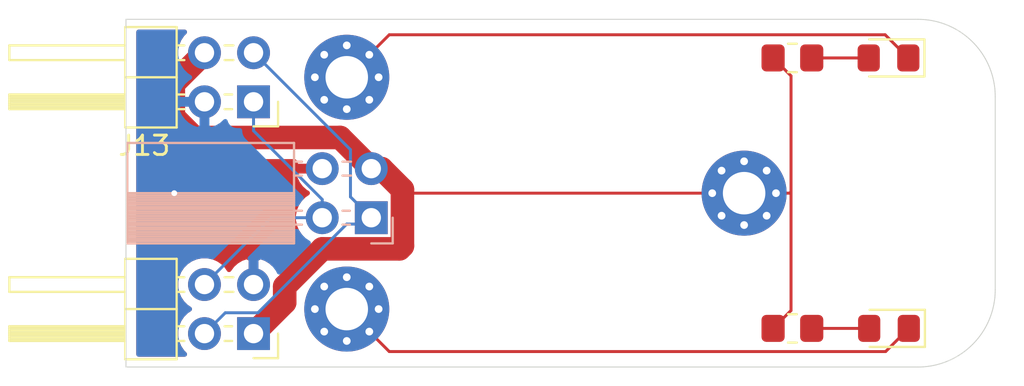
<source format=kicad_pcb>
(kicad_pcb (version 20171130) (host pcbnew "(5.1.8)-1")

  (general
    (thickness 1.6)
    (drawings 108)
    (tracks 44)
    (zones 0)
    (modules 10)
    (nets 9)
  )

  (page A4)
  (title_block
    (title Adapter)
  )

  (layers
    (0 F.Cu signal)
    (31 B.Cu signal)
    (32 B.Adhes user hide)
    (33 F.Adhes user hide)
    (34 B.Paste user hide)
    (35 F.Paste user hide)
    (36 B.SilkS user hide)
    (37 F.SilkS user hide)
    (38 B.Mask user hide)
    (39 F.Mask user hide)
    (40 Dwgs.User user hide)
    (41 Cmts.User user hide)
    (42 Eco1.User user hide)
    (43 Eco2.User user hide)
    (44 Edge.Cuts user)
    (45 Margin user hide)
    (46 B.CrtYd user)
    (47 F.CrtYd user)
    (48 B.Fab user hide)
    (49 F.Fab user hide)
  )

  (setup
    (last_trace_width 0.1524)
    (user_trace_width 0.1524)
    (user_trace_width 0.6096)
    (user_trace_width 1.2192)
    (trace_clearance 0.1524)
    (zone_clearance 0.508)
    (zone_45_only no)
    (trace_min 0.1016)
    (via_size 0.6)
    (via_drill 0.3)
    (via_min_size 0.5)
    (via_min_drill 0.3)
    (user_via 0.5 0.3)
    (uvia_size 0.3)
    (uvia_drill 0.1)
    (uvias_allowed no)
    (uvia_min_size 0.2)
    (uvia_min_drill 0.1)
    (edge_width 0.05)
    (segment_width 0.2)
    (pcb_text_width 0.3)
    (pcb_text_size 1.5 1.5)
    (mod_edge_width 0.12)
    (mod_text_size 1 1)
    (mod_text_width 0.15)
    (pad_size 1.524 1.524)
    (pad_drill 0.762)
    (pad_to_mask_clearance 0)
    (aux_axis_origin 0 0)
    (visible_elements 7FFFFFFF)
    (pcbplotparams
      (layerselection 0x010cc_ffffffff)
      (usegerberextensions true)
      (usegerberattributes false)
      (usegerberadvancedattributes false)
      (creategerberjobfile false)
      (excludeedgelayer true)
      (linewidth 0.100000)
      (plotframeref false)
      (viasonmask false)
      (mode 1)
      (useauxorigin false)
      (hpglpennumber 1)
      (hpglpenspeed 20)
      (hpglpendiameter 15.000000)
      (psnegative false)
      (psa4output false)
      (plotreference true)
      (plotvalue true)
      (plotinvisibletext false)
      (padsonsilk false)
      (subtractmaskfromsilk true)
      (outputformat 1)
      (mirror false)
      (drillshape 0)
      (scaleselection 1)
      (outputdirectory "gerbers/"))
  )

  (net 0 "")
  (net 1 GND)
  (net 2 +5V)
  (net 3 "Net-(D1-Pad2)")
  (net 4 "Net-(D2-Pad2)")
  (net 5 "Net-(J11-Pad4)")
  (net 6 "Net-(J11-Pad2)")
  (net 7 "Net-(D1-Pad1)")
  (net 8 "Net-(D2-Pad1)")

  (net_class Default "This is the default net class."
    (clearance 0.1524)
    (trace_width 0.1524)
    (via_dia 0.6)
    (via_drill 0.3)
    (uvia_dia 0.3)
    (uvia_drill 0.1)
    (add_net +5V)
    (add_net GND)
    (add_net "Net-(D1-Pad1)")
    (add_net "Net-(D1-Pad2)")
    (add_net "Net-(D2-Pad1)")
    (add_net "Net-(D2-Pad2)")
    (add_net "Net-(J11-Pad2)")
    (add_net "Net-(J11-Pad4)")
  )

  (module Connector_PinHeader_2.54mm:PinHeader_2x02_P2.54mm_Horizontal (layer F.Cu) (tedit 59FED5CB) (tstamp 5FB6BCA4)
    (at 158.104 112.27 180)
    (descr "Through hole angled pin header, 2x02, 2.54mm pitch, 6mm pin length, double rows")
    (tags "Through hole angled pin header THT 2x02 2.54mm double row")
    (path /5FA6C6C8/5FB6CCC1)
    (fp_text reference J11 (at 5.655 -2.27 180) (layer F.SilkS) hide
      (effects (font (size 1 1) (thickness 0.15)))
    )
    (fp_text value MALE (at 5.655 4.81 180) (layer F.Fab) hide
      (effects (font (size 1 1) (thickness 0.15)))
    )
    (fp_line (start 4.675 -1.27) (end 6.58 -1.27) (layer F.Fab) (width 0.1))
    (fp_line (start 6.58 -1.27) (end 6.58 3.81) (layer F.Fab) (width 0.1))
    (fp_line (start 6.58 3.81) (end 4.04 3.81) (layer F.Fab) (width 0.1))
    (fp_line (start 4.04 3.81) (end 4.04 -0.635) (layer F.Fab) (width 0.1))
    (fp_line (start 4.04 -0.635) (end 4.675 -1.27) (layer F.Fab) (width 0.1))
    (fp_line (start -0.32 -0.32) (end 4.04 -0.32) (layer F.Fab) (width 0.1))
    (fp_line (start -0.32 -0.32) (end -0.32 0.32) (layer F.Fab) (width 0.1))
    (fp_line (start -0.32 0.32) (end 4.04 0.32) (layer F.Fab) (width 0.1))
    (fp_line (start 6.58 -0.32) (end 12.58 -0.32) (layer F.Fab) (width 0.1))
    (fp_line (start 12.58 -0.32) (end 12.58 0.32) (layer F.Fab) (width 0.1))
    (fp_line (start 6.58 0.32) (end 12.58 0.32) (layer F.Fab) (width 0.1))
    (fp_line (start -0.32 2.22) (end 4.04 2.22) (layer F.Fab) (width 0.1))
    (fp_line (start -0.32 2.22) (end -0.32 2.86) (layer F.Fab) (width 0.1))
    (fp_line (start -0.32 2.86) (end 4.04 2.86) (layer F.Fab) (width 0.1))
    (fp_line (start 6.58 2.22) (end 12.58 2.22) (layer F.Fab) (width 0.1))
    (fp_line (start 12.58 2.22) (end 12.58 2.86) (layer F.Fab) (width 0.1))
    (fp_line (start 6.58 2.86) (end 12.58 2.86) (layer F.Fab) (width 0.1))
    (fp_line (start 3.98 -1.33) (end 3.98 3.87) (layer F.SilkS) (width 0.12))
    (fp_line (start 3.98 3.87) (end 6.64 3.87) (layer F.SilkS) (width 0.12))
    (fp_line (start 6.64 3.87) (end 6.64 -1.33) (layer F.SilkS) (width 0.12))
    (fp_line (start 6.64 -1.33) (end 3.98 -1.33) (layer F.SilkS) (width 0.12))
    (fp_line (start 6.64 -0.38) (end 12.64 -0.38) (layer F.SilkS) (width 0.12))
    (fp_line (start 12.64 -0.38) (end 12.64 0.38) (layer F.SilkS) (width 0.12))
    (fp_line (start 12.64 0.38) (end 6.64 0.38) (layer F.SilkS) (width 0.12))
    (fp_line (start 6.64 -0.32) (end 12.64 -0.32) (layer F.SilkS) (width 0.12))
    (fp_line (start 6.64 -0.2) (end 12.64 -0.2) (layer F.SilkS) (width 0.12))
    (fp_line (start 6.64 -0.08) (end 12.64 -0.08) (layer F.SilkS) (width 0.12))
    (fp_line (start 6.64 0.04) (end 12.64 0.04) (layer F.SilkS) (width 0.12))
    (fp_line (start 6.64 0.16) (end 12.64 0.16) (layer F.SilkS) (width 0.12))
    (fp_line (start 6.64 0.28) (end 12.64 0.28) (layer F.SilkS) (width 0.12))
    (fp_line (start 3.582929 -0.38) (end 3.98 -0.38) (layer F.SilkS) (width 0.12))
    (fp_line (start 3.582929 0.38) (end 3.98 0.38) (layer F.SilkS) (width 0.12))
    (fp_line (start 1.11 -0.38) (end 1.497071 -0.38) (layer F.SilkS) (width 0.12))
    (fp_line (start 1.11 0.38) (end 1.497071 0.38) (layer F.SilkS) (width 0.12))
    (fp_line (start 3.98 1.27) (end 6.64 1.27) (layer F.SilkS) (width 0.12))
    (fp_line (start 6.64 2.16) (end 12.64 2.16) (layer F.SilkS) (width 0.12))
    (fp_line (start 12.64 2.16) (end 12.64 2.92) (layer F.SilkS) (width 0.12))
    (fp_line (start 12.64 2.92) (end 6.64 2.92) (layer F.SilkS) (width 0.12))
    (fp_line (start 3.582929 2.16) (end 3.98 2.16) (layer F.SilkS) (width 0.12))
    (fp_line (start 3.582929 2.92) (end 3.98 2.92) (layer F.SilkS) (width 0.12))
    (fp_line (start 1.042929 2.16) (end 1.497071 2.16) (layer F.SilkS) (width 0.12))
    (fp_line (start 1.042929 2.92) (end 1.497071 2.92) (layer F.SilkS) (width 0.12))
    (fp_line (start -1.27 0) (end -1.27 -1.27) (layer F.SilkS) (width 0.12))
    (fp_line (start -1.27 -1.27) (end 0 -1.27) (layer F.SilkS) (width 0.12))
    (fp_line (start -1.8 -1.8) (end -1.8 4.35) (layer F.CrtYd) (width 0.05))
    (fp_line (start -1.8 4.35) (end 13.1 4.35) (layer F.CrtYd) (width 0.05))
    (fp_line (start 13.1 4.35) (end 13.1 -1.8) (layer F.CrtYd) (width 0.05))
    (fp_line (start 13.1 -1.8) (end -1.8 -1.8) (layer F.CrtYd) (width 0.05))
    (fp_text user %R (at 5.31 1.27 270) (layer F.Fab)
      (effects (font (size 1 1) (thickness 0.15)))
    )
    (pad 4 thru_hole oval (at 2.54 2.54 180) (size 1.7 1.7) (drill 1) (layers *.Cu *.Mask)
      (net 5 "Net-(J11-Pad4)"))
    (pad 3 thru_hole oval (at 0 2.54 180) (size 1.7 1.7) (drill 1) (layers *.Cu *.Mask)
      (net 1 GND))
    (pad 2 thru_hole oval (at 2.54 0 180) (size 1.7 1.7) (drill 1) (layers *.Cu *.Mask)
      (net 6 "Net-(J11-Pad2)"))
    (pad 1 thru_hole rect (at 0 0 180) (size 1.7 1.7) (drill 1) (layers *.Cu *.Mask)
      (net 2 +5V))
    (model ${KISYS3DMOD}/Connector_PinHeader_2.54mm.3dshapes/PinHeader_2x02_P2.54mm_Horizontal.wrl
      (at (xyz 0 0 0))
      (scale (xyz 1 1 1))
      (rotate (xyz 0 0 0))
    )
  )

  (module Connector_PinSocket_2.54mm:PinSocket_2x02_P2.54mm_Horizontal (layer B.Cu) (tedit 5A19A41C) (tstamp 5FB65AC1)
    (at 164.2 106.27)
    (descr "Through hole angled socket strip, 2x02, 2.54mm pitch, 8.51mm socket length, double cols (from Kicad 4.0.7), script generated")
    (tags "Through hole angled socket strip THT 2x02 2.54mm double row")
    (path /5FA6C6C8/5FB6CCC7)
    (fp_text reference J12 (at -5.65 2.77) (layer B.SilkS) hide
      (effects (font (size 1 1) (thickness 0.15)) (justify mirror))
    )
    (fp_text value FEMALE (at -5.65 -5.31) (layer B.Fab) hide
      (effects (font (size 1 1) (thickness 0.15)) (justify mirror))
    )
    (fp_line (start -12.57 1.27) (end -5.03 1.27) (layer B.Fab) (width 0.1))
    (fp_line (start -5.03 1.27) (end -4.06 0.3) (layer B.Fab) (width 0.1))
    (fp_line (start -4.06 0.3) (end -4.06 -3.81) (layer B.Fab) (width 0.1))
    (fp_line (start -4.06 -3.81) (end -12.57 -3.81) (layer B.Fab) (width 0.1))
    (fp_line (start -12.57 -3.81) (end -12.57 1.27) (layer B.Fab) (width 0.1))
    (fp_line (start 0 0.3) (end -4.06 0.3) (layer B.Fab) (width 0.1))
    (fp_line (start -4.06 -0.3) (end 0 -0.3) (layer B.Fab) (width 0.1))
    (fp_line (start 0 -0.3) (end 0 0.3) (layer B.Fab) (width 0.1))
    (fp_line (start 0 -2.24) (end -4.06 -2.24) (layer B.Fab) (width 0.1))
    (fp_line (start -4.06 -2.84) (end 0 -2.84) (layer B.Fab) (width 0.1))
    (fp_line (start 0 -2.84) (end 0 -2.24) (layer B.Fab) (width 0.1))
    (fp_line (start -12.63 1.21) (end -4 1.21) (layer B.SilkS) (width 0.12))
    (fp_line (start -12.63 1.091905) (end -4 1.091905) (layer B.SilkS) (width 0.12))
    (fp_line (start -12.63 0.97381) (end -4 0.97381) (layer B.SilkS) (width 0.12))
    (fp_line (start -12.63 0.855715) (end -4 0.855715) (layer B.SilkS) (width 0.12))
    (fp_line (start -12.63 0.73762) (end -4 0.73762) (layer B.SilkS) (width 0.12))
    (fp_line (start -12.63 0.619525) (end -4 0.619525) (layer B.SilkS) (width 0.12))
    (fp_line (start -12.63 0.50143) (end -4 0.50143) (layer B.SilkS) (width 0.12))
    (fp_line (start -12.63 0.383335) (end -4 0.383335) (layer B.SilkS) (width 0.12))
    (fp_line (start -12.63 0.26524) (end -4 0.26524) (layer B.SilkS) (width 0.12))
    (fp_line (start -12.63 0.147145) (end -4 0.147145) (layer B.SilkS) (width 0.12))
    (fp_line (start -12.63 0.02905) (end -4 0.02905) (layer B.SilkS) (width 0.12))
    (fp_line (start -12.63 -0.089045) (end -4 -0.089045) (layer B.SilkS) (width 0.12))
    (fp_line (start -12.63 -0.20714) (end -4 -0.20714) (layer B.SilkS) (width 0.12))
    (fp_line (start -12.63 -0.325235) (end -4 -0.325235) (layer B.SilkS) (width 0.12))
    (fp_line (start -12.63 -0.44333) (end -4 -0.44333) (layer B.SilkS) (width 0.12))
    (fp_line (start -12.63 -0.561425) (end -4 -0.561425) (layer B.SilkS) (width 0.12))
    (fp_line (start -12.63 -0.67952) (end -4 -0.67952) (layer B.SilkS) (width 0.12))
    (fp_line (start -12.63 -0.797615) (end -4 -0.797615) (layer B.SilkS) (width 0.12))
    (fp_line (start -12.63 -0.91571) (end -4 -0.91571) (layer B.SilkS) (width 0.12))
    (fp_line (start -12.63 -1.033805) (end -4 -1.033805) (layer B.SilkS) (width 0.12))
    (fp_line (start -12.63 -1.1519) (end -4 -1.1519) (layer B.SilkS) (width 0.12))
    (fp_line (start -4 0.36) (end -3.59 0.36) (layer B.SilkS) (width 0.12))
    (fp_line (start -1.49 0.36) (end -1.11 0.36) (layer B.SilkS) (width 0.12))
    (fp_line (start -4 -0.36) (end -3.59 -0.36) (layer B.SilkS) (width 0.12))
    (fp_line (start -1.49 -0.36) (end -1.11 -0.36) (layer B.SilkS) (width 0.12))
    (fp_line (start -4 -2.18) (end -3.59 -2.18) (layer B.SilkS) (width 0.12))
    (fp_line (start -1.49 -2.18) (end -1.05 -2.18) (layer B.SilkS) (width 0.12))
    (fp_line (start -4 -2.9) (end -3.59 -2.9) (layer B.SilkS) (width 0.12))
    (fp_line (start -1.49 -2.9) (end -1.05 -2.9) (layer B.SilkS) (width 0.12))
    (fp_line (start -12.63 -1.27) (end -4 -1.27) (layer B.SilkS) (width 0.12))
    (fp_line (start -12.63 1.33) (end -4 1.33) (layer B.SilkS) (width 0.12))
    (fp_line (start -4 1.33) (end -4 -3.87) (layer B.SilkS) (width 0.12))
    (fp_line (start -12.63 -3.87) (end -4 -3.87) (layer B.SilkS) (width 0.12))
    (fp_line (start -12.63 1.33) (end -12.63 -3.87) (layer B.SilkS) (width 0.12))
    (fp_line (start 1.11 1.33) (end 1.11 0) (layer B.SilkS) (width 0.12))
    (fp_line (start 0 1.33) (end 1.11 1.33) (layer B.SilkS) (width 0.12))
    (fp_line (start 1.8 1.75) (end -13.05 1.75) (layer B.CrtYd) (width 0.05))
    (fp_line (start -13.05 1.75) (end -13.05 -4.35) (layer B.CrtYd) (width 0.05))
    (fp_line (start -13.05 -4.35) (end 1.8 -4.35) (layer B.CrtYd) (width 0.05))
    (fp_line (start 1.8 -4.35) (end 1.8 1.75) (layer B.CrtYd) (width 0.05))
    (fp_text user %R (at -8.315 -1.27) (layer B.Fab)
      (effects (font (size 1 1) (thickness 0.15)) (justify mirror))
    )
    (pad 4 thru_hole oval (at -2.54 -2.54) (size 1.7 1.7) (drill 1) (layers *.Cu *.Mask)
      (net 1 GND))
    (pad 3 thru_hole oval (at 0 -2.54) (size 1.7 1.7) (drill 1) (layers *.Cu *.Mask)
      (net 2 +5V))
    (pad 2 thru_hole oval (at -2.54 0) (size 1.7 1.7) (drill 1) (layers *.Cu *.Mask)
      (net 5 "Net-(J11-Pad4)"))
    (pad 1 thru_hole rect (at 0 0) (size 1.7 1.7) (drill 1) (layers *.Cu *.Mask)
      (net 6 "Net-(J11-Pad2)"))
    (model ${KISYS3DMOD}/Connector_PinSocket_2.54mm.3dshapes/PinSocket_2x02_P2.54mm_Horizontal.wrl
      (at (xyz 0 0 0))
      (scale (xyz 1 1 1))
      (rotate (xyz 0 0 0))
    )
  )

  (module MountingHole:MountingHole_2.2mm_M2_Pad_Via (layer F.Cu) (tedit 56DDB9C7) (tstamp 5FB6769C)
    (at 162.93 111 90)
    (descr "Mounting Hole 2.2mm, M2")
    (tags "mounting hole 2.2mm m2")
    (path /5FA6C6C8/5FB93146)
    (attr virtual)
    (fp_text reference J14 (at 0 -3.2 90) (layer F.SilkS) hide
      (effects (font (size 1 1) (thickness 0.15)))
    )
    (fp_text value STANDOFF (at 0 3.2 90) (layer F.Fab) hide
      (effects (font (size 1 1) (thickness 0.15)))
    )
    (fp_circle (center 0 0) (end 2.45 0) (layer F.CrtYd) (width 0.05))
    (fp_circle (center 0 0) (end 2.2 0) (layer Cmts.User) (width 0.15))
    (fp_text user %R (at 0.3 0 90) (layer F.Fab)
      (effects (font (size 1 1) (thickness 0.15)))
    )
    (pad 1 thru_hole circle (at 0 0 90) (size 4.4 4.4) (drill 2.2) (layers *.Cu *.Mask)
      (net 7 "Net-(D1-Pad1)"))
    (pad 1 thru_hole circle (at 1.65 0 90) (size 0.7 0.7) (drill 0.4) (layers *.Cu *.Mask)
      (net 7 "Net-(D1-Pad1)"))
    (pad 1 thru_hole circle (at 1.166726 1.166726 90) (size 0.7 0.7) (drill 0.4) (layers *.Cu *.Mask)
      (net 7 "Net-(D1-Pad1)"))
    (pad 1 thru_hole circle (at 0 1.65 90) (size 0.7 0.7) (drill 0.4) (layers *.Cu *.Mask)
      (net 7 "Net-(D1-Pad1)"))
    (pad 1 thru_hole circle (at -1.166726 1.166726 90) (size 0.7 0.7) (drill 0.4) (layers *.Cu *.Mask)
      (net 7 "Net-(D1-Pad1)"))
    (pad 1 thru_hole circle (at -1.65 0 90) (size 0.7 0.7) (drill 0.4) (layers *.Cu *.Mask)
      (net 7 "Net-(D1-Pad1)"))
    (pad 1 thru_hole circle (at -1.166726 -1.166726 90) (size 0.7 0.7) (drill 0.4) (layers *.Cu *.Mask)
      (net 7 "Net-(D1-Pad1)"))
    (pad 1 thru_hole circle (at 0 -1.65 90) (size 0.7 0.7) (drill 0.4) (layers *.Cu *.Mask)
      (net 7 "Net-(D1-Pad1)"))
    (pad 1 thru_hole circle (at 1.166726 -1.166726 90) (size 0.7 0.7) (drill 0.4) (layers *.Cu *.Mask)
      (net 7 "Net-(D1-Pad1)"))
  )

  (module MountingHole:MountingHole_2.2mm_M2_Pad_Via (layer F.Cu) (tedit 56DDB9C7) (tstamp 5FB676AC)
    (at 162.93 99 90)
    (descr "Mounting Hole 2.2mm, M2")
    (tags "mounting hole 2.2mm m2")
    (path /5FA6C6C8/5FB9314D)
    (attr virtual)
    (fp_text reference J15 (at 0 -3.2 90) (layer F.SilkS) hide
      (effects (font (size 1 1) (thickness 0.15)))
    )
    (fp_text value STANDOFF (at 0 3.2 90) (layer F.Fab) hide
      (effects (font (size 1 1) (thickness 0.15)))
    )
    (fp_circle (center 0 0) (end 2.2 0) (layer Cmts.User) (width 0.15))
    (fp_circle (center 0 0) (end 2.45 0) (layer F.CrtYd) (width 0.05))
    (fp_text user %R (at 0.3 0 90) (layer F.Fab)
      (effects (font (size 1 1) (thickness 0.15)))
    )
    (pad 1 thru_hole circle (at 1.166726 -1.166726 90) (size 0.7 0.7) (drill 0.4) (layers *.Cu *.Mask)
      (net 8 "Net-(D2-Pad1)"))
    (pad 1 thru_hole circle (at 0 -1.65 90) (size 0.7 0.7) (drill 0.4) (layers *.Cu *.Mask)
      (net 8 "Net-(D2-Pad1)"))
    (pad 1 thru_hole circle (at -1.166726 -1.166726 90) (size 0.7 0.7) (drill 0.4) (layers *.Cu *.Mask)
      (net 8 "Net-(D2-Pad1)"))
    (pad 1 thru_hole circle (at -1.65 0 90) (size 0.7 0.7) (drill 0.4) (layers *.Cu *.Mask)
      (net 8 "Net-(D2-Pad1)"))
    (pad 1 thru_hole circle (at -1.166726 1.166726 90) (size 0.7 0.7) (drill 0.4) (layers *.Cu *.Mask)
      (net 8 "Net-(D2-Pad1)"))
    (pad 1 thru_hole circle (at 0 1.65 90) (size 0.7 0.7) (drill 0.4) (layers *.Cu *.Mask)
      (net 8 "Net-(D2-Pad1)"))
    (pad 1 thru_hole circle (at 1.166726 1.166726 90) (size 0.7 0.7) (drill 0.4) (layers *.Cu *.Mask)
      (net 8 "Net-(D2-Pad1)"))
    (pad 1 thru_hole circle (at 1.65 0 90) (size 0.7 0.7) (drill 0.4) (layers *.Cu *.Mask)
      (net 8 "Net-(D2-Pad1)"))
    (pad 1 thru_hole circle (at 0 0 90) (size 4.4 4.4) (drill 2.2) (layers *.Cu *.Mask)
      (net 8 "Net-(D2-Pad1)"))
  )

  (module MountingHole:MountingHole_2.2mm_M2_Pad_Via (layer F.Cu) (tedit 56DDB9C7) (tstamp 5FB676BC)
    (at 183.5 105 90)
    (descr "Mounting Hole 2.2mm, M2")
    (tags "mounting hole 2.2mm m2")
    (path /5FA6C6C8/5FB93153)
    (attr virtual)
    (fp_text reference J16 (at 0 -3.2 90) (layer F.SilkS) hide
      (effects (font (size 1 1) (thickness 0.15)))
    )
    (fp_text value STANDOFF (at 0 3.2 90) (layer F.Fab) hide
      (effects (font (size 1 1) (thickness 0.15)))
    )
    (fp_circle (center 0 0) (end 2.45 0) (layer F.CrtYd) (width 0.05))
    (fp_circle (center 0 0) (end 2.2 0) (layer Cmts.User) (width 0.15))
    (fp_text user %R (at 0.3 0 90) (layer F.Fab)
      (effects (font (size 1 1) (thickness 0.15)))
    )
    (pad 1 thru_hole circle (at 0 0 90) (size 4.4 4.4) (drill 2.2) (layers *.Cu *.Mask)
      (net 2 +5V))
    (pad 1 thru_hole circle (at 1.65 0 90) (size 0.7 0.7) (drill 0.4) (layers *.Cu *.Mask)
      (net 2 +5V))
    (pad 1 thru_hole circle (at 1.166726 1.166726 90) (size 0.7 0.7) (drill 0.4) (layers *.Cu *.Mask)
      (net 2 +5V))
    (pad 1 thru_hole circle (at 0 1.65 90) (size 0.7 0.7) (drill 0.4) (layers *.Cu *.Mask)
      (net 2 +5V))
    (pad 1 thru_hole circle (at -1.166726 1.166726 90) (size 0.7 0.7) (drill 0.4) (layers *.Cu *.Mask)
      (net 2 +5V))
    (pad 1 thru_hole circle (at -1.65 0 90) (size 0.7 0.7) (drill 0.4) (layers *.Cu *.Mask)
      (net 2 +5V))
    (pad 1 thru_hole circle (at -1.166726 -1.166726 90) (size 0.7 0.7) (drill 0.4) (layers *.Cu *.Mask)
      (net 2 +5V))
    (pad 1 thru_hole circle (at 0 -1.65 90) (size 0.7 0.7) (drill 0.4) (layers *.Cu *.Mask)
      (net 2 +5V))
    (pad 1 thru_hole circle (at 1.166726 -1.166726 90) (size 0.7 0.7) (drill 0.4) (layers *.Cu *.Mask)
      (net 2 +5V))
  )

  (module LED_SMD:LED_0805_2012Metric_Pad1.15x1.40mm_HandSolder (layer F.Cu) (tedit 5F68FEF1) (tstamp 5FB724AF)
    (at 191 112 180)
    (descr "LED SMD 0805 (2012 Metric), square (rectangular) end terminal, IPC_7351 nominal, (Body size source: https://docs.google.com/spreadsheets/d/1BsfQQcO9C6DZCsRaXUlFlo91Tg2WpOkGARC1WS5S8t0/edit?usp=sharing), generated with kicad-footprint-generator")
    (tags "LED handsolder")
    (path /5FA6C6C8/5FBB3453)
    (attr smd)
    (fp_text reference D1 (at 0 -1.65) (layer F.SilkS) hide
      (effects (font (size 1 1) (thickness 0.15)))
    )
    (fp_text value Green (at 0 1.65) (layer F.Fab)
      (effects (font (size 1 1) (thickness 0.15)))
    )
    (fp_line (start 1.85 0.95) (end -1.85 0.95) (layer F.CrtYd) (width 0.05))
    (fp_line (start 1.85 -0.95) (end 1.85 0.95) (layer F.CrtYd) (width 0.05))
    (fp_line (start -1.85 -0.95) (end 1.85 -0.95) (layer F.CrtYd) (width 0.05))
    (fp_line (start -1.85 0.95) (end -1.85 -0.95) (layer F.CrtYd) (width 0.05))
    (fp_line (start -1.86 0.96) (end 1 0.96) (layer F.SilkS) (width 0.12))
    (fp_line (start -1.86 -0.96) (end -1.86 0.96) (layer F.SilkS) (width 0.12))
    (fp_line (start 1 -0.96) (end -1.86 -0.96) (layer F.SilkS) (width 0.12))
    (fp_line (start 1 0.6) (end 1 -0.6) (layer F.Fab) (width 0.1))
    (fp_line (start -1 0.6) (end 1 0.6) (layer F.Fab) (width 0.1))
    (fp_line (start -1 -0.3) (end -1 0.6) (layer F.Fab) (width 0.1))
    (fp_line (start -0.7 -0.6) (end -1 -0.3) (layer F.Fab) (width 0.1))
    (fp_line (start 1 -0.6) (end -0.7 -0.6) (layer F.Fab) (width 0.1))
    (fp_text user %R (at 0 0) (layer F.Fab)
      (effects (font (size 0.5 0.5) (thickness 0.08)))
    )
    (pad 1 smd roundrect (at -1.025 0 180) (size 1.15 1.4) (layers F.Cu F.Paste F.Mask) (roundrect_rratio 0.2173904347826087)
      (net 7 "Net-(D1-Pad1)"))
    (pad 2 smd roundrect (at 1.025 0 180) (size 1.15 1.4) (layers F.Cu F.Paste F.Mask) (roundrect_rratio 0.2173904347826087)
      (net 3 "Net-(D1-Pad2)"))
    (model ${KISYS3DMOD}/LED_SMD.3dshapes/LED_0805_2012Metric.wrl
      (at (xyz 0 0 0))
      (scale (xyz 1 1 1))
      (rotate (xyz 0 0 0))
    )
  )

  (module LED_SMD:LED_0805_2012Metric_Pad1.15x1.40mm_HandSolder (layer F.Cu) (tedit 5F68FEF1) (tstamp 5FB6D9E2)
    (at 190.975 98 180)
    (descr "LED SMD 0805 (2012 Metric), square (rectangular) end terminal, IPC_7351 nominal, (Body size source: https://docs.google.com/spreadsheets/d/1BsfQQcO9C6DZCsRaXUlFlo91Tg2WpOkGARC1WS5S8t0/edit?usp=sharing), generated with kicad-footprint-generator")
    (tags "LED handsolder")
    (path /5FA6C6C8/5FBB344B)
    (attr smd)
    (fp_text reference D2 (at 0 -1.65) (layer F.SilkS) hide
      (effects (font (size 1 1) (thickness 0.15)))
    )
    (fp_text value Red (at 0 1.65) (layer F.Fab)
      (effects (font (size 1 1) (thickness 0.15)))
    )
    (fp_line (start 1 -0.6) (end -0.7 -0.6) (layer F.Fab) (width 0.1))
    (fp_line (start -0.7 -0.6) (end -1 -0.3) (layer F.Fab) (width 0.1))
    (fp_line (start -1 -0.3) (end -1 0.6) (layer F.Fab) (width 0.1))
    (fp_line (start -1 0.6) (end 1 0.6) (layer F.Fab) (width 0.1))
    (fp_line (start 1 0.6) (end 1 -0.6) (layer F.Fab) (width 0.1))
    (fp_line (start 1 -0.96) (end -1.86 -0.96) (layer F.SilkS) (width 0.12))
    (fp_line (start -1.86 -0.96) (end -1.86 0.96) (layer F.SilkS) (width 0.12))
    (fp_line (start -1.86 0.96) (end 1 0.96) (layer F.SilkS) (width 0.12))
    (fp_line (start -1.85 0.95) (end -1.85 -0.95) (layer F.CrtYd) (width 0.05))
    (fp_line (start -1.85 -0.95) (end 1.85 -0.95) (layer F.CrtYd) (width 0.05))
    (fp_line (start 1.85 -0.95) (end 1.85 0.95) (layer F.CrtYd) (width 0.05))
    (fp_line (start 1.85 0.95) (end -1.85 0.95) (layer F.CrtYd) (width 0.05))
    (fp_text user %R (at 0 0) (layer F.Fab)
      (effects (font (size 0.5 0.5) (thickness 0.08)))
    )
    (pad 2 smd roundrect (at 1.025 0 180) (size 1.15 1.4) (layers F.Cu F.Paste F.Mask) (roundrect_rratio 0.2173904347826087)
      (net 4 "Net-(D2-Pad2)"))
    (pad 1 smd roundrect (at -1.025 0 180) (size 1.15 1.4) (layers F.Cu F.Paste F.Mask) (roundrect_rratio 0.2173904347826087)
      (net 8 "Net-(D2-Pad1)"))
    (model ${KISYS3DMOD}/LED_SMD.3dshapes/LED_0805_2012Metric.wrl
      (at (xyz 0 0 0))
      (scale (xyz 1 1 1))
      (rotate (xyz 0 0 0))
    )
  )

  (module Resistor_SMD:R_0805_2012Metric_Pad1.20x1.40mm_HandSolder (layer F.Cu) (tedit 5F68FEEE) (tstamp 5FB6D9F3)
    (at 186 112)
    (descr "Resistor SMD 0805 (2012 Metric), square (rectangular) end terminal, IPC_7351 nominal with elongated pad for handsoldering. (Body size source: IPC-SM-782 page 72, https://www.pcb-3d.com/wordpress/wp-content/uploads/ipc-sm-782a_amendment_1_and_2.pdf), generated with kicad-footprint-generator")
    (tags "resistor handsolder")
    (path /5FA6C6C8/5FBB3459)
    (attr smd)
    (fp_text reference R1 (at 0 -1.65) (layer F.SilkS) hide
      (effects (font (size 1 1) (thickness 0.15)))
    )
    (fp_text value 1k (at 0 1.65) (layer F.Fab)
      (effects (font (size 1 1) (thickness 0.15)))
    )
    (fp_line (start 1.85 0.95) (end -1.85 0.95) (layer F.CrtYd) (width 0.05))
    (fp_line (start 1.85 -0.95) (end 1.85 0.95) (layer F.CrtYd) (width 0.05))
    (fp_line (start -1.85 -0.95) (end 1.85 -0.95) (layer F.CrtYd) (width 0.05))
    (fp_line (start -1.85 0.95) (end -1.85 -0.95) (layer F.CrtYd) (width 0.05))
    (fp_line (start -0.227064 0.735) (end 0.227064 0.735) (layer F.SilkS) (width 0.12))
    (fp_line (start -0.227064 -0.735) (end 0.227064 -0.735) (layer F.SilkS) (width 0.12))
    (fp_line (start 1 0.625) (end -1 0.625) (layer F.Fab) (width 0.1))
    (fp_line (start 1 -0.625) (end 1 0.625) (layer F.Fab) (width 0.1))
    (fp_line (start -1 -0.625) (end 1 -0.625) (layer F.Fab) (width 0.1))
    (fp_line (start -1 0.625) (end -1 -0.625) (layer F.Fab) (width 0.1))
    (fp_text user %R (at 0 0) (layer F.Fab)
      (effects (font (size 0.5 0.5) (thickness 0.08)))
    )
    (pad 1 smd roundrect (at -1 0) (size 1.2 1.4) (layers F.Cu F.Paste F.Mask) (roundrect_rratio 0.2083325)
      (net 2 +5V))
    (pad 2 smd roundrect (at 1 0) (size 1.2 1.4) (layers F.Cu F.Paste F.Mask) (roundrect_rratio 0.2083325)
      (net 3 "Net-(D1-Pad2)"))
    (model ${KISYS3DMOD}/Resistor_SMD.3dshapes/R_0805_2012Metric.wrl
      (at (xyz 0 0 0))
      (scale (xyz 1 1 1))
      (rotate (xyz 0 0 0))
    )
  )

  (module Resistor_SMD:R_0805_2012Metric_Pad1.20x1.40mm_HandSolder (layer F.Cu) (tedit 5F68FEEE) (tstamp 5FB72553)
    (at 186 98)
    (descr "Resistor SMD 0805 (2012 Metric), square (rectangular) end terminal, IPC_7351 nominal with elongated pad for handsoldering. (Body size source: IPC-SM-782 page 72, https://www.pcb-3d.com/wordpress/wp-content/uploads/ipc-sm-782a_amendment_1_and_2.pdf), generated with kicad-footprint-generator")
    (tags "resistor handsolder")
    (path /5FA6C6C8/5FBB3445)
    (attr smd)
    (fp_text reference R2 (at 0 -1.65) (layer F.SilkS) hide
      (effects (font (size 1 1) (thickness 0.15)))
    )
    (fp_text value 1k (at 0 1.65) (layer F.Fab)
      (effects (font (size 1 1) (thickness 0.15)))
    )
    (fp_line (start -1 0.625) (end -1 -0.625) (layer F.Fab) (width 0.1))
    (fp_line (start -1 -0.625) (end 1 -0.625) (layer F.Fab) (width 0.1))
    (fp_line (start 1 -0.625) (end 1 0.625) (layer F.Fab) (width 0.1))
    (fp_line (start 1 0.625) (end -1 0.625) (layer F.Fab) (width 0.1))
    (fp_line (start -0.227064 -0.735) (end 0.227064 -0.735) (layer F.SilkS) (width 0.12))
    (fp_line (start -0.227064 0.735) (end 0.227064 0.735) (layer F.SilkS) (width 0.12))
    (fp_line (start -1.85 0.95) (end -1.85 -0.95) (layer F.CrtYd) (width 0.05))
    (fp_line (start -1.85 -0.95) (end 1.85 -0.95) (layer F.CrtYd) (width 0.05))
    (fp_line (start 1.85 -0.95) (end 1.85 0.95) (layer F.CrtYd) (width 0.05))
    (fp_line (start 1.85 0.95) (end -1.85 0.95) (layer F.CrtYd) (width 0.05))
    (fp_text user %R (at 0 0) (layer F.Fab)
      (effects (font (size 0.5 0.5) (thickness 0.08)))
    )
    (pad 2 smd roundrect (at 1 0) (size 1.2 1.4) (layers F.Cu F.Paste F.Mask) (roundrect_rratio 0.2083325)
      (net 4 "Net-(D2-Pad2)"))
    (pad 1 smd roundrect (at -1 0) (size 1.2 1.4) (layers F.Cu F.Paste F.Mask) (roundrect_rratio 0.2083325)
      (net 2 +5V))
    (model ${KISYS3DMOD}/Resistor_SMD.3dshapes/R_0805_2012Metric.wrl
      (at (xyz 0 0 0))
      (scale (xyz 1 1 1))
      (rotate (xyz 0 0 0))
    )
  )

  (module Connector_PinHeader_2.54mm:PinHeader_2x02_P2.54mm_Horizontal (layer F.Cu) (tedit 59FED5CB) (tstamp 5FCB65DD)
    (at 158.104 100.27 180)
    (descr "Through hole angled pin header, 2x02, 2.54mm pitch, 6mm pin length, double rows")
    (tags "Through hole angled pin header THT 2x02 2.54mm double row")
    (path /5FA6C6C8/5FCC3ECF)
    (fp_text reference J13 (at 5.655 -2.27) (layer F.SilkS)
      (effects (font (size 1 1) (thickness 0.15)))
    )
    (fp_text value MALE (at 5.655 4.81) (layer F.Fab)
      (effects (font (size 1 1) (thickness 0.15)))
    )
    (fp_line (start 4.675 -1.27) (end 6.58 -1.27) (layer F.Fab) (width 0.1))
    (fp_line (start 6.58 -1.27) (end 6.58 3.81) (layer F.Fab) (width 0.1))
    (fp_line (start 6.58 3.81) (end 4.04 3.81) (layer F.Fab) (width 0.1))
    (fp_line (start 4.04 3.81) (end 4.04 -0.635) (layer F.Fab) (width 0.1))
    (fp_line (start 4.04 -0.635) (end 4.675 -1.27) (layer F.Fab) (width 0.1))
    (fp_line (start -0.32 -0.32) (end 4.04 -0.32) (layer F.Fab) (width 0.1))
    (fp_line (start -0.32 -0.32) (end -0.32 0.32) (layer F.Fab) (width 0.1))
    (fp_line (start -0.32 0.32) (end 4.04 0.32) (layer F.Fab) (width 0.1))
    (fp_line (start 6.58 -0.32) (end 12.58 -0.32) (layer F.Fab) (width 0.1))
    (fp_line (start 12.58 -0.32) (end 12.58 0.32) (layer F.Fab) (width 0.1))
    (fp_line (start 6.58 0.32) (end 12.58 0.32) (layer F.Fab) (width 0.1))
    (fp_line (start -0.32 2.22) (end 4.04 2.22) (layer F.Fab) (width 0.1))
    (fp_line (start -0.32 2.22) (end -0.32 2.86) (layer F.Fab) (width 0.1))
    (fp_line (start -0.32 2.86) (end 4.04 2.86) (layer F.Fab) (width 0.1))
    (fp_line (start 6.58 2.22) (end 12.58 2.22) (layer F.Fab) (width 0.1))
    (fp_line (start 12.58 2.22) (end 12.58 2.86) (layer F.Fab) (width 0.1))
    (fp_line (start 6.58 2.86) (end 12.58 2.86) (layer F.Fab) (width 0.1))
    (fp_line (start 3.98 -1.33) (end 3.98 3.87) (layer F.SilkS) (width 0.12))
    (fp_line (start 3.98 3.87) (end 6.64 3.87) (layer F.SilkS) (width 0.12))
    (fp_line (start 6.64 3.87) (end 6.64 -1.33) (layer F.SilkS) (width 0.12))
    (fp_line (start 6.64 -1.33) (end 3.98 -1.33) (layer F.SilkS) (width 0.12))
    (fp_line (start 6.64 -0.38) (end 12.64 -0.38) (layer F.SilkS) (width 0.12))
    (fp_line (start 12.64 -0.38) (end 12.64 0.38) (layer F.SilkS) (width 0.12))
    (fp_line (start 12.64 0.38) (end 6.64 0.38) (layer F.SilkS) (width 0.12))
    (fp_line (start 6.64 -0.32) (end 12.64 -0.32) (layer F.SilkS) (width 0.12))
    (fp_line (start 6.64 -0.2) (end 12.64 -0.2) (layer F.SilkS) (width 0.12))
    (fp_line (start 6.64 -0.08) (end 12.64 -0.08) (layer F.SilkS) (width 0.12))
    (fp_line (start 6.64 0.04) (end 12.64 0.04) (layer F.SilkS) (width 0.12))
    (fp_line (start 6.64 0.16) (end 12.64 0.16) (layer F.SilkS) (width 0.12))
    (fp_line (start 6.64 0.28) (end 12.64 0.28) (layer F.SilkS) (width 0.12))
    (fp_line (start 3.582929 -0.38) (end 3.98 -0.38) (layer F.SilkS) (width 0.12))
    (fp_line (start 3.582929 0.38) (end 3.98 0.38) (layer F.SilkS) (width 0.12))
    (fp_line (start 1.11 -0.38) (end 1.497071 -0.38) (layer F.SilkS) (width 0.12))
    (fp_line (start 1.11 0.38) (end 1.497071 0.38) (layer F.SilkS) (width 0.12))
    (fp_line (start 3.98 1.27) (end 6.64 1.27) (layer F.SilkS) (width 0.12))
    (fp_line (start 6.64 2.16) (end 12.64 2.16) (layer F.SilkS) (width 0.12))
    (fp_line (start 12.64 2.16) (end 12.64 2.92) (layer F.SilkS) (width 0.12))
    (fp_line (start 12.64 2.92) (end 6.64 2.92) (layer F.SilkS) (width 0.12))
    (fp_line (start 3.582929 2.16) (end 3.98 2.16) (layer F.SilkS) (width 0.12))
    (fp_line (start 3.582929 2.92) (end 3.98 2.92) (layer F.SilkS) (width 0.12))
    (fp_line (start 1.042929 2.16) (end 1.497071 2.16) (layer F.SilkS) (width 0.12))
    (fp_line (start 1.042929 2.92) (end 1.497071 2.92) (layer F.SilkS) (width 0.12))
    (fp_line (start -1.27 0) (end -1.27 -1.27) (layer F.SilkS) (width 0.12))
    (fp_line (start -1.27 -1.27) (end 0 -1.27) (layer F.SilkS) (width 0.12))
    (fp_line (start -1.8 -1.8) (end -1.8 4.35) (layer F.CrtYd) (width 0.05))
    (fp_line (start -1.8 4.35) (end 13.1 4.35) (layer F.CrtYd) (width 0.05))
    (fp_line (start 13.1 4.35) (end 13.1 -1.8) (layer F.CrtYd) (width 0.05))
    (fp_line (start 13.1 -1.8) (end -1.8 -1.8) (layer F.CrtYd) (width 0.05))
    (fp_text user %R (at 5.31 1.27 90) (layer F.Fab)
      (effects (font (size 1 1) (thickness 0.15)))
    )
    (pad 1 thru_hole rect (at 0 0 180) (size 1.7 1.7) (drill 1) (layers *.Cu *.Mask)
      (net 5 "Net-(J11-Pad4)"))
    (pad 2 thru_hole oval (at 2.54 0 180) (size 1.7 1.7) (drill 1) (layers *.Cu *.Mask)
      (net 1 GND))
    (pad 3 thru_hole oval (at 0 2.54 180) (size 1.7 1.7) (drill 1) (layers *.Cu *.Mask)
      (net 6 "Net-(J11-Pad2)"))
    (pad 4 thru_hole oval (at 2.54 2.54 180) (size 1.7 1.7) (drill 1) (layers *.Cu *.Mask)
      (net 2 +5V))
    (model ${KISYS3DMOD}/Connector_PinHeader_2.54mm.3dshapes/PinHeader_2x02_P2.54mm_Horizontal.wrl
      (at (xyz 0 0 0))
      (scale (xyz 1 1 1))
      (rotate (xyz 0 0 0))
    )
  )

  (gr_line (start 151.5 95.999999) (end 151.5 113.999999) (layer Edge.Cuts) (width 0.05) (tstamp 5FCEFB94))
  (gr_line (start 193 105.000001) (end 191 107) (layer B.Mask) (width 0.15))
  (gr_line (start 193 105.000001) (end 195 107) (layer B.Mask) (width 0.15))
  (gr_line (start 193 103) (end 193 105.000001) (layer B.Mask) (width 0.15))
  (gr_line (start 191 104) (end 195 104) (layer B.Mask) (width 0.15) (tstamp 5FB74A3A))
  (gr_line (start 195 105) (end 195 104) (layer B.Mask) (width 0.15))
  (gr_line (start 191 105) (end 195 105) (layer B.Mask) (width 0.15))
  (gr_line (start 191 103.000001) (end 191 105) (layer B.Mask) (width 0.15))
  (gr_line (start 195.000001 103) (end 191 103.000001) (layer B.Mask) (width 0.15))
  (gr_line (start 190.5 107.500001) (end 190.5 102.5) (layer B.Mask) (width 0.15) (tstamp 5FB74A25))
  (gr_line (start 195.5 107.500001) (end 190.5 107.500001) (layer B.Mask) (width 0.15))
  (gr_line (start 195.5 102.5) (end 195.5 107.500001) (layer B.Mask) (width 0.15))
  (gr_line (start 190.5 102.5) (end 195.5 102.5) (layer B.Mask) (width 0.15))
  (gr_line (start 192.5 95.999999) (end 151.5 95.999999) (layer Edge.Cuts) (width 0.05))
  (gr_line (start 192.636564 96.002331) (end 192.5 95.999999) (layer Edge.Cuts) (width 0.05))
  (gr_line (start 192.772969 96.009324) (end 192.636564 96.002331) (layer Edge.Cuts) (width 0.05))
  (gr_line (start 192.909056 96.02097) (end 192.772969 96.009324) (layer Edge.Cuts) (width 0.05))
  (gr_line (start 193.044666 96.037256) (end 192.909056 96.02097) (layer Edge.Cuts) (width 0.05))
  (gr_line (start 193.179641 96.058161) (end 193.044666 96.037256) (layer Edge.Cuts) (width 0.05))
  (gr_line (start 193.313824 96.083663) (end 193.179641 96.058161) (layer Edge.Cuts) (width 0.05))
  (gr_line (start 193.447057 96.113731) (end 193.313824 96.083663) (layer Edge.Cuts) (width 0.05))
  (gr_line (start 193.579187 96.14833) (end 193.447057 96.113731) (layer Edge.Cuts) (width 0.05))
  (gr_line (start 193.710058 96.18742) (end 193.579187 96.14833) (layer Edge.Cuts) (width 0.05))
  (gr_line (start 193.839518 96.230956) (end 193.710058 96.18742) (layer Edge.Cuts) (width 0.05))
  (gr_line (start 193.967416 96.278886) (end 193.839518 96.230956) (layer Edge.Cuts) (width 0.05))
  (gr_line (start 194.093604 96.331154) (end 193.967416 96.278886) (layer Edge.Cuts) (width 0.05))
  (gr_line (start 194.217933 96.387701) (end 194.093604 96.331154) (layer Edge.Cuts) (width 0.05))
  (gr_line (start 194.34026 96.448459) (end 194.217933 96.387701) (layer Edge.Cuts) (width 0.05))
  (gr_line (start 194.46044 96.513358) (end 194.34026 96.448459) (layer Edge.Cuts) (width 0.05))
  (gr_line (start 194.578335 96.582322) (end 194.46044 96.513358) (layer Edge.Cuts) (width 0.05))
  (gr_line (start 194.693807 96.655271) (end 194.578335 96.582322) (layer Edge.Cuts) (width 0.05))
  (gr_line (start 194.806721 96.73212) (end 194.693807 96.655271) (layer Edge.Cuts) (width 0.05))
  (gr_line (start 194.916945 96.812779) (end 194.806721 96.73212) (layer Edge.Cuts) (width 0.05))
  (gr_line (start 195.024351 96.897154) (end 194.916945 96.812779) (layer Edge.Cuts) (width 0.05))
  (gr_line (start 195.128814 96.985147) (end 195.024351 96.897154) (layer Edge.Cuts) (width 0.05))
  (gr_line (start 195.230212 97.076656) (end 195.128814 96.985147) (layer Edge.Cuts) (width 0.05))
  (gr_line (start 195.328427 97.171572) (end 195.230212 97.076656) (layer Edge.Cuts) (width 0.05))
  (gr_line (start 195.423343 97.269787) (end 195.328427 97.171572) (layer Edge.Cuts) (width 0.05))
  (gr_line (start 195.514852 97.371185) (end 195.423343 97.269787) (layer Edge.Cuts) (width 0.05))
  (gr_line (start 195.602845 97.475648) (end 195.514852 97.371185) (layer Edge.Cuts) (width 0.05))
  (gr_line (start 195.68722 97.583054) (end 195.602845 97.475648) (layer Edge.Cuts) (width 0.05))
  (gr_line (start 195.767879 97.693278) (end 195.68722 97.583054) (layer Edge.Cuts) (width 0.05))
  (gr_line (start 195.844728 97.806192) (end 195.767879 97.693278) (layer Edge.Cuts) (width 0.05))
  (gr_line (start 195.917677 97.921664) (end 195.844728 97.806192) (layer Edge.Cuts) (width 0.05))
  (gr_line (start 195.986641 98.039559) (end 195.917677 97.921664) (layer Edge.Cuts) (width 0.05))
  (gr_line (start 196.05154 98.159739) (end 195.986641 98.039559) (layer Edge.Cuts) (width 0.05))
  (gr_line (start 196.112298 98.282066) (end 196.05154 98.159739) (layer Edge.Cuts) (width 0.05))
  (gr_line (start 196.168845 98.406395) (end 196.112298 98.282066) (layer Edge.Cuts) (width 0.05))
  (gr_line (start 196.221113 98.532583) (end 196.168845 98.406395) (layer Edge.Cuts) (width 0.05))
  (gr_line (start 196.269043 98.660481) (end 196.221113 98.532583) (layer Edge.Cuts) (width 0.05))
  (gr_line (start 196.312579 98.789941) (end 196.269043 98.660481) (layer Edge.Cuts) (width 0.05))
  (gr_line (start 196.351669 98.920812) (end 196.312579 98.789941) (layer Edge.Cuts) (width 0.05))
  (gr_line (start 196.386268 99.052942) (end 196.351669 98.920812) (layer Edge.Cuts) (width 0.05))
  (gr_line (start 196.416336 99.186175) (end 196.386268 99.052942) (layer Edge.Cuts) (width 0.05))
  (gr_line (start 196.441838 99.320358) (end 196.416336 99.186175) (layer Edge.Cuts) (width 0.05))
  (gr_line (start 196.462743 99.455333) (end 196.441838 99.320358) (layer Edge.Cuts) (width 0.05))
  (gr_line (start 196.479029 99.590943) (end 196.462743 99.455333) (layer Edge.Cuts) (width 0.05))
  (gr_line (start 196.490675 99.72703) (end 196.479029 99.590943) (layer Edge.Cuts) (width 0.05))
  (gr_line (start 196.497668 99.863435) (end 196.490675 99.72703) (layer Edge.Cuts) (width 0.05))
  (gr_line (start 196.5 99.999999) (end 196.497668 99.863435) (layer Edge.Cuts) (width 0.05))
  (gr_line (start 196.5 109.999999) (end 196.5 99.999999) (layer Edge.Cuts) (width 0.05))
  (gr_line (start 196.497668 110.136564) (end 196.5 109.999999) (layer Edge.Cuts) (width 0.05))
  (gr_line (start 196.490675 110.272969) (end 196.497668 110.136564) (layer Edge.Cuts) (width 0.05))
  (gr_line (start 196.479029 110.409056) (end 196.490675 110.272969) (layer Edge.Cuts) (width 0.05))
  (gr_line (start 196.462743 110.544666) (end 196.479029 110.409056) (layer Edge.Cuts) (width 0.05))
  (gr_line (start 196.441838 110.679641) (end 196.462743 110.544666) (layer Edge.Cuts) (width 0.05))
  (gr_line (start 196.416336 110.813824) (end 196.441838 110.679641) (layer Edge.Cuts) (width 0.05))
  (gr_line (start 196.386268 110.947057) (end 196.416336 110.813824) (layer Edge.Cuts) (width 0.05))
  (gr_line (start 196.351669 111.079187) (end 196.386268 110.947057) (layer Edge.Cuts) (width 0.05))
  (gr_line (start 196.312579 111.210058) (end 196.351669 111.079187) (layer Edge.Cuts) (width 0.05))
  (gr_line (start 196.269043 111.339518) (end 196.312579 111.210058) (layer Edge.Cuts) (width 0.05))
  (gr_line (start 196.221113 111.467416) (end 196.269043 111.339518) (layer Edge.Cuts) (width 0.05))
  (gr_line (start 196.168845 111.593604) (end 196.221113 111.467416) (layer Edge.Cuts) (width 0.05))
  (gr_line (start 196.112298 111.717933) (end 196.168845 111.593604) (layer Edge.Cuts) (width 0.05))
  (gr_line (start 196.05154 111.84026) (end 196.112298 111.717933) (layer Edge.Cuts) (width 0.05))
  (gr_line (start 195.986641 111.96044) (end 196.05154 111.84026) (layer Edge.Cuts) (width 0.05))
  (gr_line (start 195.917677 112.078335) (end 195.986641 111.96044) (layer Edge.Cuts) (width 0.05))
  (gr_line (start 195.844728 112.193807) (end 195.917677 112.078335) (layer Edge.Cuts) (width 0.05))
  (gr_line (start 195.767879 112.306721) (end 195.844728 112.193807) (layer Edge.Cuts) (width 0.05))
  (gr_line (start 195.68722 112.416945) (end 195.767879 112.306721) (layer Edge.Cuts) (width 0.05))
  (gr_line (start 195.602845 112.524351) (end 195.68722 112.416945) (layer Edge.Cuts) (width 0.05))
  (gr_line (start 195.514852 112.628814) (end 195.602845 112.524351) (layer Edge.Cuts) (width 0.05))
  (gr_line (start 195.423343 112.730212) (end 195.514852 112.628814) (layer Edge.Cuts) (width 0.05))
  (gr_line (start 195.328427 112.828427) (end 195.423343 112.730212) (layer Edge.Cuts) (width 0.05))
  (gr_line (start 195.230212 112.923343) (end 195.328427 112.828427) (layer Edge.Cuts) (width 0.05))
  (gr_line (start 195.128814 113.014852) (end 195.230212 112.923343) (layer Edge.Cuts) (width 0.05))
  (gr_line (start 195.024351 113.102845) (end 195.128814 113.014852) (layer Edge.Cuts) (width 0.05))
  (gr_line (start 194.916945 113.18722) (end 195.024351 113.102845) (layer Edge.Cuts) (width 0.05))
  (gr_line (start 194.806721 113.267879) (end 194.916945 113.18722) (layer Edge.Cuts) (width 0.05))
  (gr_line (start 194.693807 113.344728) (end 194.806721 113.267879) (layer Edge.Cuts) (width 0.05))
  (gr_line (start 194.578335 113.417677) (end 194.693807 113.344728) (layer Edge.Cuts) (width 0.05))
  (gr_line (start 194.46044 113.486641) (end 194.578335 113.417677) (layer Edge.Cuts) (width 0.05))
  (gr_line (start 194.34026 113.55154) (end 194.46044 113.486641) (layer Edge.Cuts) (width 0.05))
  (gr_line (start 194.217933 113.612298) (end 194.34026 113.55154) (layer Edge.Cuts) (width 0.05))
  (gr_line (start 194.093604 113.668845) (end 194.217933 113.612298) (layer Edge.Cuts) (width 0.05))
  (gr_line (start 193.967416 113.721113) (end 194.093604 113.668845) (layer Edge.Cuts) (width 0.05))
  (gr_line (start 193.839518 113.769043) (end 193.967416 113.721113) (layer Edge.Cuts) (width 0.05))
  (gr_line (start 193.710058 113.812579) (end 193.839518 113.769043) (layer Edge.Cuts) (width 0.05))
  (gr_line (start 193.579187 113.851669) (end 193.710058 113.812579) (layer Edge.Cuts) (width 0.05))
  (gr_line (start 193.447057 113.886268) (end 193.579187 113.851669) (layer Edge.Cuts) (width 0.05))
  (gr_line (start 193.313824 113.916336) (end 193.447057 113.886268) (layer Edge.Cuts) (width 0.05))
  (gr_line (start 193.179641 113.941838) (end 193.313824 113.916336) (layer Edge.Cuts) (width 0.05))
  (gr_line (start 193.044666 113.962743) (end 193.179641 113.941838) (layer Edge.Cuts) (width 0.05))
  (gr_line (start 192.909056 113.979029) (end 193.044666 113.962743) (layer Edge.Cuts) (width 0.05))
  (gr_line (start 192.772969 113.990675) (end 192.909056 113.979029) (layer Edge.Cuts) (width 0.05))
  (gr_line (start 192.636564 113.997668) (end 192.772969 113.990675) (layer Edge.Cuts) (width 0.05))
  (gr_line (start 192.5 113.999999) (end 192.636564 113.997668) (layer Edge.Cuts) (width 0.05))
  (gr_line (start 151.5 113.999999) (end 192.5 113.999999) (layer Edge.Cuts) (width 0.05))

  (via (at 154 105) (size 0.6) (drill 0.3) (layers F.Cu B.Cu) (net 1))
  (segment (start 183.5 105) (end 185.857202 105) (width 0.1524) (layer F.Cu) (net 2))
  (segment (start 185.928601 111.071399) (end 185 112) (width 0.1524) (layer F.Cu) (net 2))
  (segment (start 185.928601 98.928601) (end 185.928601 104.928601) (width 0.1524) (layer F.Cu) (net 2))
  (segment (start 185 98) (end 185.928601 98.928601) (width 0.1524) (layer F.Cu) (net 2))
  (segment (start 185.928601 104.928601) (end 185.928601 111.071399) (width 0.1524) (layer F.Cu) (net 2))
  (segment (start 185.857202 105) (end 185.928601 104.928601) (width 0.1524) (layer F.Cu) (net 2))
  (segment (start 164.2 103.73) (end 164.045762 103.73) (width 1.2192) (layer F.Cu) (net 2))
  (segment (start 155.026237 102.117999) (end 162.587999 102.117999) (width 1.2192) (layer F.Cu) (net 2))
  (segment (start 153.951999 101.043761) (end 155.026237 102.117999) (width 1.2192) (layer F.Cu) (net 2))
  (segment (start 162.587999 102.117999) (end 164.2 103.73) (width 1.2192) (layer F.Cu) (net 2))
  (segment (start 153.951999 99.342001) (end 153.951999 101.043761) (width 1.2192) (layer F.Cu) (net 2))
  (segment (start 155.564 97.73) (end 153.951999 99.342001) (width 1.2192) (layer F.Cu) (net 2))
  (segment (start 165.812001 104.810399) (end 164.731602 103.73) (width 1.2192) (layer F.Cu) (net 2))
  (segment (start 165.812001 107.729601) (end 165.812001 104.810399) (width 1.2192) (layer F.Cu) (net 2))
  (segment (start 165.659601 107.882001) (end 165.812001 107.729601) (width 1.2192) (layer F.Cu) (net 2))
  (segment (start 161.664237 107.882001) (end 165.659601 107.882001) (width 1.2192) (layer F.Cu) (net 2))
  (segment (start 164.731602 103.73) (end 164.2 103.73) (width 1.2192) (layer F.Cu) (net 2))
  (segment (start 159.716001 109.830237) (end 161.664237 107.882001) (width 1.2192) (layer F.Cu) (net 2))
  (segment (start 159.716001 110.657999) (end 159.716001 109.830237) (width 1.2192) (layer F.Cu) (net 2))
  (segment (start 158.104 112.27) (end 159.716001 110.657999) (width 1.2192) (layer F.Cu) (net 2))
  (segment (start 166.001602 105) (end 165.812001 104.810399) (width 0.1524) (layer F.Cu) (net 2))
  (segment (start 183.5 105) (end 166.001602 105) (width 0.1524) (layer F.Cu) (net 2))
  (segment (start 187 112) (end 189.975 112) (width 0.1524) (layer F.Cu) (net 3))
  (segment (start 187 98) (end 189.95 98) (width 0.1524) (layer F.Cu) (net 4))
  (segment (start 161.66 105.32633) (end 161.66 106.27) (width 0.1524) (layer B.Cu) (net 5))
  (segment (start 158.104 101.77033) (end 161.66 105.32633) (width 0.1524) (layer B.Cu) (net 5))
  (segment (start 158.104 100.27) (end 158.104 101.77033) (width 0.1524) (layer B.Cu) (net 5))
  (segment (start 159.024 106.27) (end 161.66 106.27) (width 0.1524) (layer B.Cu) (net 5))
  (segment (start 155.564 109.73) (end 159.024 106.27) (width 0.1524) (layer B.Cu) (net 5))
  (segment (start 163.87 106.6) (end 164.2 106.27) (width 0.1524) (layer B.Cu) (net 6))
  (segment (start 162.92633 106.6) (end 163.87 106.6) (width 0.1524) (layer B.Cu) (net 6))
  (segment (start 158.334931 111.191399) (end 162.92633 106.6) (width 0.1524) (layer B.Cu) (net 6))
  (segment (start 156.642601 111.191399) (end 158.334931 111.191399) (width 0.1524) (layer B.Cu) (net 6))
  (segment (start 155.564 112.27) (end 156.642601 111.191399) (width 0.1524) (layer B.Cu) (net 6))
  (segment (start 163.121399 105.191399) (end 164.2 106.27) (width 0.1524) (layer B.Cu) (net 6))
  (segment (start 163.121399 102.747399) (end 163.121399 105.191399) (width 0.1524) (layer B.Cu) (net 6))
  (segment (start 158.104 97.73) (end 163.121399 102.747399) (width 0.1524) (layer B.Cu) (net 6))
  (segment (start 190.825001 113.199999) (end 192.025 112) (width 0.1524) (layer F.Cu) (net 7))
  (segment (start 165.129999 113.199999) (end 190.825001 113.199999) (width 0.1524) (layer F.Cu) (net 7))
  (segment (start 162.93 111) (end 165.129999 113.199999) (width 0.1524) (layer F.Cu) (net 7))
  (segment (start 190.800001 96.800001) (end 192 98) (width 0.1524) (layer F.Cu) (net 8))
  (segment (start 165.129999 96.800001) (end 190.800001 96.800001) (width 0.1524) (layer F.Cu) (net 8))
  (segment (start 162.93 99) (end 165.129999 96.800001) (width 0.1524) (layer F.Cu) (net 8))

  (zone (net 1) (net_name GND) (layer B.Cu) (tstamp 5FCF033E) (hatch edge 0.508)
    (connect_pads (clearance 0.508))
    (min_thickness 0.254)
    (fill yes (arc_segments 32) (thermal_gap 0.508) (thermal_bridge_width 0.508))
    (polygon
      (pts
        (xy 198 115) (xy 150 115) (xy 150 95) (xy 198 95)
      )
    )
    (filled_polygon
      (pts
        (xy 154.410525 96.783368) (xy 154.24801 97.026589) (xy 154.136068 97.296842) (xy 154.079 97.58374) (xy 154.079 97.87626)
        (xy 154.136068 98.163158) (xy 154.24801 98.433411) (xy 154.410525 98.676632) (xy 154.617368 98.883475) (xy 154.799534 99.005195)
        (xy 154.682645 99.074822) (xy 154.466412 99.269731) (xy 154.292359 99.50308) (xy 154.167175 99.765901) (xy 154.122524 99.91311)
        (xy 154.243845 100.143) (xy 155.437 100.143) (xy 155.437 100.123) (xy 155.691 100.123) (xy 155.691 100.143)
        (xy 155.711 100.143) (xy 155.711 100.397) (xy 155.691 100.397) (xy 155.691 101.590814) (xy 155.920891 101.711481)
        (xy 156.195252 101.614157) (xy 156.445355 101.465178) (xy 156.641502 101.288374) (xy 156.664498 101.36418) (xy 156.723463 101.474494)
        (xy 156.802815 101.571185) (xy 156.899506 101.650537) (xy 157.00982 101.709502) (xy 157.129518 101.745812) (xy 157.254 101.758072)
        (xy 157.390567 101.758072) (xy 157.38936 101.77033) (xy 157.403092 101.909749) (xy 157.443759 102.043811) (xy 157.508536 102.165)
        (xy 157.509799 102.167363) (xy 157.598674 102.275657) (xy 157.62581 102.297927) (xy 160.578887 105.251006) (xy 160.506525 105.323368)
        (xy 160.349214 105.5588) (xy 159.058928 105.5588) (xy 159.024 105.55536) (xy 158.989071 105.5588) (xy 158.989064 105.5588)
        (xy 158.88458 105.569091) (xy 158.750519 105.609758) (xy 158.626967 105.675798) (xy 158.518673 105.764673) (xy 158.496403 105.791809)
        (xy 155.987972 108.300241) (xy 155.71026 108.245) (xy 155.41774 108.245) (xy 155.130842 108.302068) (xy 154.860589 108.41401)
        (xy 154.617368 108.576525) (xy 154.410525 108.783368) (xy 154.24801 109.026589) (xy 154.136068 109.296842) (xy 154.079 109.58374)
        (xy 154.079 109.87626) (xy 154.136068 110.163158) (xy 154.24801 110.433411) (xy 154.410525 110.676632) (xy 154.617368 110.883475)
        (xy 154.79176 111) (xy 154.617368 111.116525) (xy 154.410525 111.323368) (xy 154.24801 111.566589) (xy 154.136068 111.836842)
        (xy 154.079 112.12374) (xy 154.079 112.41626) (xy 154.136068 112.703158) (xy 154.24801 112.973411) (xy 154.410525 113.216632)
        (xy 154.533892 113.339999) (xy 152.16 113.339999) (xy 152.16 100.62689) (xy 154.122524 100.62689) (xy 154.167175 100.774099)
        (xy 154.292359 101.03692) (xy 154.466412 101.270269) (xy 154.682645 101.465178) (xy 154.932748 101.614157) (xy 155.207109 101.711481)
        (xy 155.437 101.590814) (xy 155.437 100.397) (xy 154.243845 100.397) (xy 154.122524 100.62689) (xy 152.16 100.62689)
        (xy 152.16 96.659999) (xy 154.533894 96.659999)
      )
    )
    (filled_polygon
      (pts
        (xy 160.506525 107.216632) (xy 160.713368 107.423475) (xy 160.943379 107.577163) (xy 159.434303 109.086239) (xy 159.375641 108.96308)
        (xy 159.201588 108.729731) (xy 158.985355 108.534822) (xy 158.735252 108.385843) (xy 158.460891 108.288519) (xy 158.231 108.409186)
        (xy 158.231 109.603) (xy 158.251 109.603) (xy 158.251 109.857) (xy 158.231 109.857) (xy 158.231 109.877)
        (xy 157.977 109.877) (xy 157.977 109.857) (xy 157.957 109.857) (xy 157.957 109.603) (xy 157.977 109.603)
        (xy 157.977 108.409186) (xy 157.920341 108.379446) (xy 159.318588 106.9812) (xy 160.349214 106.9812)
      )
    )
    (filled_polygon
      (pts
        (xy 161.787 103.603) (xy 161.807 103.603) (xy 161.807 103.857) (xy 161.787 103.857) (xy 161.787 103.877)
        (xy 161.533 103.877) (xy 161.533 103.857) (xy 161.513 103.857) (xy 161.513 103.603) (xy 161.533 103.603)
        (xy 161.533 103.583) (xy 161.787 103.583)
      )
    )
  )
  (zone (net 1) (net_name GND) (layer F.Cu) (tstamp 5FCF033B) (hatch edge 0.508)
    (connect_pads (clearance 0.508))
    (min_thickness 0.254)
    (fill yes (arc_segments 32) (thermal_gap 0.508) (thermal_bridge_width 0.508))
    (polygon
      (pts
        (xy 198 115) (xy 150 115) (xy 150 95) (xy 198 95)
      )
    )
    (filled_polygon
      (pts
        (xy 154.410525 96.783368) (xy 154.24801 97.026589) (xy 154.136068 97.296842) (xy 154.110999 97.422871) (xy 153.115172 98.418699)
        (xy 153.067676 98.457678) (xy 153.014062 98.523007) (xy 152.912145 98.647193) (xy 152.873744 98.719037) (xy 152.796575 98.86341)
        (xy 152.725407 99.098018) (xy 152.707399 99.280859) (xy 152.707399 99.280868) (xy 152.701378 99.342001) (xy 152.707399 99.403134)
        (xy 152.707399 100.982628) (xy 152.701378 101.043761) (xy 152.707399 101.104894) (xy 152.707399 101.104904) (xy 152.721147 101.244482)
        (xy 152.725408 101.287745) (xy 152.796576 101.522353) (xy 152.912145 101.738569) (xy 153.0287 101.880591) (xy 153.067677 101.928084)
        (xy 153.115167 101.967058) (xy 154.102937 102.954829) (xy 154.141914 103.002322) (xy 154.189404 103.041296) (xy 154.189406 103.041298)
        (xy 154.331428 103.157853) (xy 154.446998 103.219626) (xy 154.547645 103.273423) (xy 154.782253 103.344591) (xy 154.965094 103.362599)
        (xy 154.965104 103.362599) (xy 155.026237 103.36862) (xy 155.08737 103.362599) (xy 160.221712 103.362599) (xy 160.218524 103.37311)
        (xy 160.339845 103.603) (xy 161.533 103.603) (xy 161.533 103.583) (xy 161.787 103.583) (xy 161.787 103.603)
        (xy 161.807 103.603) (xy 161.807 103.857) (xy 161.787 103.857) (xy 161.787 103.877) (xy 161.533 103.877)
        (xy 161.533 103.857) (xy 160.339845 103.857) (xy 160.218524 104.08689) (xy 160.263175 104.234099) (xy 160.388359 104.49692)
        (xy 160.562412 104.730269) (xy 160.778645 104.925178) (xy 160.895534 104.994805) (xy 160.713368 105.116525) (xy 160.506525 105.323368)
        (xy 160.34401 105.566589) (xy 160.232068 105.836842) (xy 160.175 106.12374) (xy 160.175 106.41626) (xy 160.232068 106.703158)
        (xy 160.34401 106.973411) (xy 160.506525 107.216632) (xy 160.538001 107.248108) (xy 159.125217 108.660892) (xy 158.985355 108.534822)
        (xy 158.735252 108.385843) (xy 158.460891 108.288519) (xy 158.231 108.409186) (xy 158.231 109.603) (xy 158.251 109.603)
        (xy 158.251 109.857) (xy 158.231 109.857) (xy 158.231 109.877) (xy 157.977 109.877) (xy 157.977 109.857)
        (xy 157.957 109.857) (xy 157.957 109.603) (xy 157.977 109.603) (xy 157.977 108.409186) (xy 157.747109 108.288519)
        (xy 157.472748 108.385843) (xy 157.222645 108.534822) (xy 157.006412 108.729731) (xy 156.8351 108.959406) (xy 156.717475 108.783368)
        (xy 156.510632 108.576525) (xy 156.267411 108.41401) (xy 155.997158 108.302068) (xy 155.71026 108.245) (xy 155.41774 108.245)
        (xy 155.130842 108.302068) (xy 154.860589 108.41401) (xy 154.617368 108.576525) (xy 154.410525 108.783368) (xy 154.24801 109.026589)
        (xy 154.136068 109.296842) (xy 154.079 109.58374) (xy 154.079 109.87626) (xy 154.136068 110.163158) (xy 154.24801 110.433411)
        (xy 154.410525 110.676632) (xy 154.617368 110.883475) (xy 154.79176 111) (xy 154.617368 111.116525) (xy 154.410525 111.323368)
        (xy 154.24801 111.566589) (xy 154.136068 111.836842) (xy 154.079 112.12374) (xy 154.079 112.41626) (xy 154.136068 112.703158)
        (xy 154.24801 112.973411) (xy 154.410525 113.216632) (xy 154.533892 113.339999) (xy 152.16 113.339999) (xy 152.16 96.659999)
        (xy 154.533894 96.659999)
      )
    )
    (filled_polygon
      (pts
        (xy 155.691 100.143) (xy 155.711 100.143) (xy 155.711 100.397) (xy 155.691 100.397) (xy 155.691 100.417)
        (xy 155.437 100.417) (xy 155.437 100.397) (xy 155.417 100.397) (xy 155.417 100.143) (xy 155.437 100.143)
        (xy 155.437 100.123) (xy 155.691 100.123)
      )
    )
  )
)

</source>
